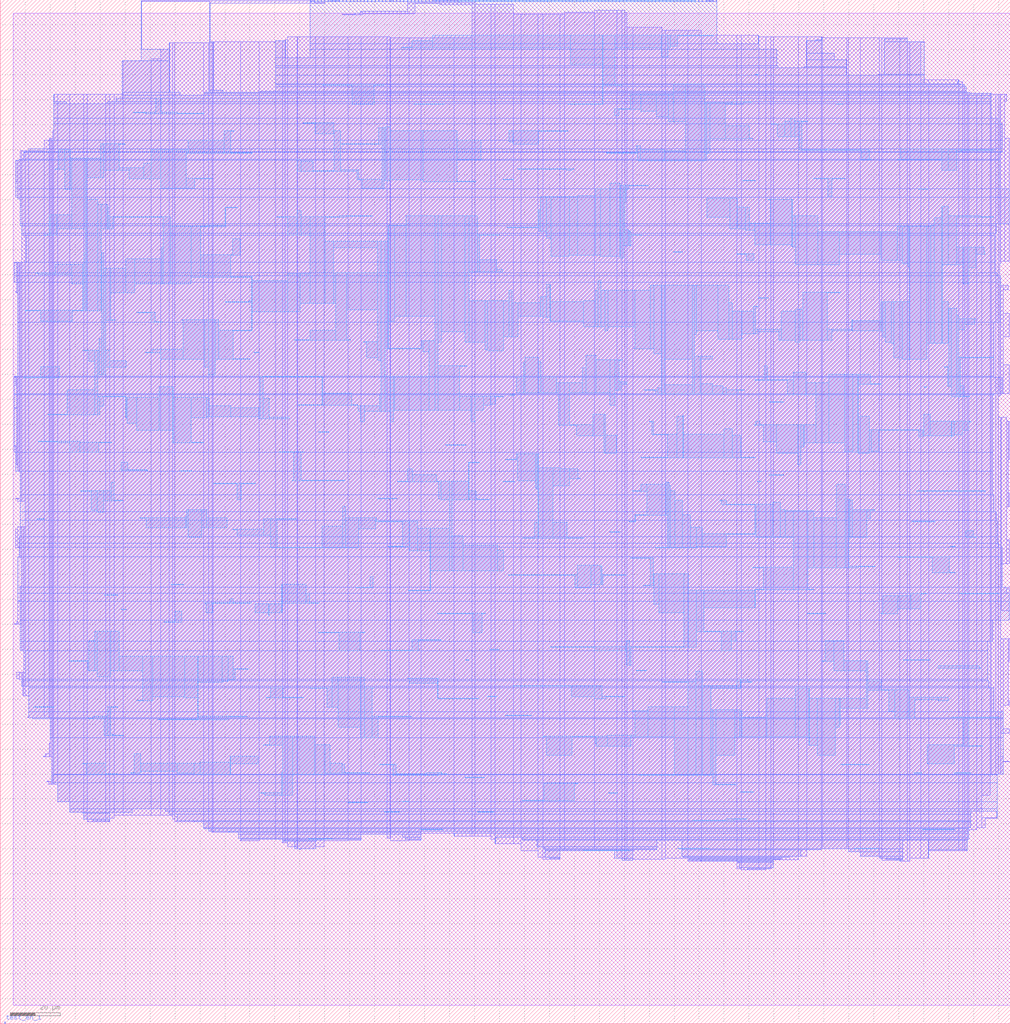
<source format=lef>
VERSION 5.8 ;
BUSBITCHARS "[]" ;
DIVIDERCHAR "/" ;
UNITS
    DATABASE MICRONS 1000 ;
END UNITS

MACRO cve2_register_file_ff
  FOREIGN cve2_register_file_ff 0 0 ;
  CLASS BLOCK ;
  SIZE 404.64 BY 410 ;
  PIN VDD
    USE POWER ;
    DIRECTION INOUT ;
  END VDD
  PIN VSS
    USE GROUND ;
    DIRECTION INOUT ;
  END VSS
  PIN clk_i
    DIRECTION INPUT ;
    USE SIGNAL ;
    PORT
      LAYER Metal3 ;
        RECT  286.94 409.28 287.14 410 ;
    END
  END clk_i
  PIN raddr_a_i[0]
    DIRECTION INPUT ;
    USE SIGNAL ;
    PORT
      LAYER Metal3 ;
        RECT  131.42 409.28 131.62 410 ;
    END
  END raddr_a_i[0]
  PIN raddr_a_i[1]
    DIRECTION INPUT ;
    USE SIGNAL ;
    PORT
      LAYER Metal3 ;
        RECT  141.5 409.28 141.7 410 ;
    END
  END raddr_a_i[1]
  PIN raddr_a_i[2]
    DIRECTION INPUT ;
    USE SIGNAL ;
    PORT
      LAYER Metal3 ;
        RECT  207.74 409.28 207.94 410 ;
    END
  END raddr_a_i[2]
  PIN raddr_a_i[3]
    DIRECTION INPUT ;
    USE SIGNAL ;
    PORT
      LAYER Metal3 ;
        RECT  127.1 409.28 127.3 410 ;
    END
  END raddr_a_i[3]
  PIN raddr_a_i[4]
    DIRECTION INPUT ;
    USE SIGNAL ;
    PORT
      LAYER Metal3 ;
        RECT  203.42 409.28 203.62 410 ;
    END
  END raddr_a_i[4]
  PIN raddr_b_i[0]
    DIRECTION INPUT ;
    USE SIGNAL ;
    PORT
      LAYER Metal3 ;
        RECT  210.62 409.28 210.82 410 ;
    END
  END raddr_b_i[0]
  PIN raddr_b_i[1]
    DIRECTION INPUT ;
    USE SIGNAL ;
    PORT
      LAYER Metal3 ;
        RECT  212.06 409.28 212.26 410 ;
    END
  END raddr_b_i[1]
  PIN raddr_b_i[2]
    DIRECTION INPUT ;
    USE SIGNAL ;
    PORT
      LAYER Metal3 ;
        RECT  213.5 409.28 213.7 410 ;
    END
  END raddr_b_i[2]
  PIN raddr_b_i[3]
    DIRECTION INPUT ;
    USE SIGNAL ;
    PORT
      LAYER Metal3 ;
        RECT  161.66 409.28 161.86 410 ;
    END
  END raddr_b_i[3]
  PIN raddr_b_i[4]
    DIRECTION INPUT ;
    USE SIGNAL ;
    PORT
      LAYER Metal3 ;
        RECT  214.94 409.28 215.14 410 ;
    END
  END raddr_b_i[4]
  PIN rdata_a_o[0]
    DIRECTION OUTPUT ;
    USE SIGNAL ;
    PORT
      LAYER Metal3 ;
        RECT  216.38 409.28 216.58 410 ;
    END
  END rdata_a_o[0]
  PIN rdata_a_o[10]
    DIRECTION OUTPUT ;
    USE SIGNAL ;
    PORT
      LAYER Metal3 ;
        RECT  217.82 409.28 218.02 410 ;
    END
  END rdata_a_o[10]
  PIN rdata_a_o[11]
    DIRECTION OUTPUT ;
    USE SIGNAL ;
    PORT
      LAYER Metal3 ;
        RECT  200.54 409.28 200.74 410 ;
    END
  END rdata_a_o[11]
  PIN rdata_a_o[12]
    DIRECTION OUTPUT ;
    USE SIGNAL ;
    PORT
      LAYER Metal3 ;
        RECT  160.22 409.28 160.42 410 ;
    END
  END rdata_a_o[12]
  PIN rdata_a_o[13]
    DIRECTION OUTPUT ;
    USE SIGNAL ;
    PORT
      LAYER Metal3 ;
        RECT  220.7 409.28 220.9 410 ;
    END
  END rdata_a_o[13]
  PIN rdata_a_o[14]
    DIRECTION OUTPUT ;
    USE SIGNAL ;
    PORT
      LAYER Metal3 ;
        RECT  140.06 409.28 140.26 410 ;
    END
  END rdata_a_o[14]
  PIN rdata_a_o[15]
    DIRECTION OUTPUT ;
    USE SIGNAL ;
    PORT
      LAYER Metal3 ;
        RECT  199.1 409.28 199.3 410 ;
    END
  END rdata_a_o[15]
  PIN rdata_a_o[16]
    DIRECTION OUTPUT ;
    USE SIGNAL ;
    PORT
      LAYER Metal3 ;
        RECT  181.82 409.28 182.02 410 ;
    END
  END rdata_a_o[16]
  PIN rdata_a_o[17]
    DIRECTION OUTPUT ;
    USE SIGNAL ;
    PORT
      LAYER Metal3 ;
        RECT  124.22 409.28 124.42 410 ;
    END
  END rdata_a_o[17]
  PIN rdata_a_o[18]
    DIRECTION OUTPUT ;
    USE SIGNAL ;
    PORT
      LAYER Metal3 ;
        RECT  226.46 409.28 226.66 410 ;
    END
  END rdata_a_o[18]
  PIN rdata_a_o[19]
    DIRECTION OUTPUT ;
    USE SIGNAL ;
    PORT
      LAYER Metal3 ;
        RECT  197.66 409.28 197.86 410 ;
    END
  END rdata_a_o[19]
  PIN rdata_a_o[1]
    DIRECTION OUTPUT ;
    USE SIGNAL ;
    PORT
      LAYER Metal3 ;
        RECT  227.9 409.28 228.1 410 ;
    END
  END rdata_a_o[1]
  PIN rdata_a_o[20]
    DIRECTION OUTPUT ;
    USE SIGNAL ;
    PORT
      LAYER Metal3 ;
        RECT  229.34 409.28 229.54 410 ;
    END
  END rdata_a_o[20]
  PIN rdata_a_o[21]
    DIRECTION OUTPUT ;
    USE SIGNAL ;
    PORT
      LAYER Metal3 ;
        RECT  157.34 409.28 157.54 410 ;
    END
  END rdata_a_o[21]
  PIN rdata_a_o[22]
    DIRECTION OUTPUT ;
    USE SIGNAL ;
    PORT
      LAYER Metal3 ;
        RECT  129.98 409.28 130.18 410 ;
    END
  END rdata_a_o[22]
  PIN rdata_a_o[23]
    DIRECTION OUTPUT ;
    USE SIGNAL ;
    PORT
      LAYER Metal3 ;
        RECT  232.22 409.28 232.42 410 ;
    END
  END rdata_a_o[23]
  PIN rdata_a_o[24]
    DIRECTION OUTPUT ;
    USE SIGNAL ;
    PORT
      LAYER Metal3 ;
        RECT  233.66 409.28 233.86 410 ;
    END
  END rdata_a_o[24]
  PIN rdata_a_o[25]
    DIRECTION OUTPUT ;
    USE SIGNAL ;
    PORT
      LAYER Metal3 ;
        RECT  138.62 409.28 138.82 410 ;
    END
  END rdata_a_o[25]
  PIN rdata_a_o[26]
    DIRECTION OUTPUT ;
    USE SIGNAL ;
    PORT
      LAYER Metal3 ;
        RECT  155.9 409.28 156.1 410 ;
    END
  END rdata_a_o[26]
  PIN rdata_a_o[27]
    DIRECTION OUTPUT ;
    USE SIGNAL ;
    PORT
      LAYER Metal3 ;
        RECT  236.54 409.28 236.74 410 ;
    END
  END rdata_a_o[27]
  PIN rdata_a_o[28]
    DIRECTION OUTPUT ;
    USE SIGNAL ;
    PORT
      LAYER Metal3 ;
        RECT  237.98 409.28 238.18 410 ;
    END
  END rdata_a_o[28]
  PIN rdata_a_o[29]
    DIRECTION OUTPUT ;
    USE SIGNAL ;
    PORT
      LAYER Metal3 ;
        RECT  154.46 409.28 154.66 410 ;
    END
  END rdata_a_o[29]
  PIN rdata_a_o[2]
    DIRECTION OUTPUT ;
    USE SIGNAL ;
    PORT
      LAYER Metal3 ;
        RECT  193.34 409.28 193.54 410 ;
    END
  END rdata_a_o[2]
  PIN rdata_a_o[30]
    DIRECTION OUTPUT ;
    USE SIGNAL ;
    PORT
      LAYER Metal3 ;
        RECT  151.58 409.28 151.78 410 ;
    END
  END rdata_a_o[30]
  PIN rdata_a_o[31]
    DIRECTION OUTPUT ;
    USE SIGNAL ;
    PORT
      LAYER Metal3 ;
        RECT  242.3 409.28 242.5 410 ;
    END
  END rdata_a_o[31]
  PIN rdata_a_o[3]
    DIRECTION OUTPUT ;
    USE SIGNAL ;
    PORT
      LAYER Metal3 ;
        RECT  243.74 409.28 243.94 410 ;
    END
  END rdata_a_o[3]
  PIN rdata_a_o[4]
    DIRECTION OUTPUT ;
    USE SIGNAL ;
    PORT
      LAYER Metal3 ;
        RECT  191.9 409.28 192.1 410 ;
    END
  END rdata_a_o[4]
  PIN rdata_a_o[5]
    DIRECTION OUTPUT ;
    USE SIGNAL ;
    PORT
      LAYER Metal3 ;
        RECT  245.18 409.28 245.38 410 ;
    END
  END rdata_a_o[5]
  PIN rdata_a_o[6]
    DIRECTION OUTPUT ;
    USE SIGNAL ;
    PORT
      LAYER Metal3 ;
        RECT  153.02 409.28 153.22 410 ;
    END
  END rdata_a_o[6]
  PIN rdata_a_o[7]
    DIRECTION OUTPUT ;
    USE SIGNAL ;
    PORT
      LAYER Metal3 ;
        RECT  248.06 409.28 248.26 410 ;
    END
  END rdata_a_o[7]
  PIN rdata_a_o[8]
    DIRECTION OUTPUT ;
    USE SIGNAL ;
    PORT
      LAYER Metal3 ;
        RECT  190.46 409.28 190.66 410 ;
    END
  END rdata_a_o[8]
  PIN rdata_a_o[9]
    DIRECTION OUTPUT ;
    USE SIGNAL ;
    PORT
      LAYER Metal3 ;
        RECT  187.58 409.28 187.78 410 ;
    END
  END rdata_a_o[9]
  PIN rdata_b_o[0]
    DIRECTION OUTPUT ;
    USE SIGNAL ;
    PORT
      LAYER Metal3 ;
        RECT  235.1 409.28 235.3 410 ;
    END
  END rdata_b_o[0]
  PIN rdata_b_o[10]
    DIRECTION OUTPUT ;
    USE SIGNAL ;
    PORT
      LAYER Metal3 ;
        RECT  137.18 409.28 137.38 410 ;
    END
  END rdata_b_o[10]
  PIN rdata_b_o[11]
    DIRECTION OUTPUT ;
    USE SIGNAL ;
    PORT
      LAYER Metal3 ;
        RECT  189.02 409.28 189.22 410 ;
    END
  END rdata_b_o[11]
  PIN rdata_b_o[12]
    DIRECTION OUTPUT ;
    USE SIGNAL ;
    PORT
      LAYER Metal3 ;
        RECT  204.86 409.28 205.06 410 ;
    END
  END rdata_b_o[12]
  PIN rdata_b_o[13]
    DIRECTION OUTPUT ;
    USE SIGNAL ;
    PORT
      LAYER Metal3 ;
        RECT  255.26 409.28 255.46 410 ;
    END
  END rdata_b_o[13]
  PIN rdata_b_o[14]
    DIRECTION OUTPUT ;
    USE SIGNAL ;
    PORT
      LAYER Metal3 ;
        RECT  256.7 409.28 256.9 410 ;
    END
  END rdata_b_o[14]
  PIN rdata_b_o[15]
    DIRECTION OUTPUT ;
    USE SIGNAL ;
    PORT
      LAYER Metal3 ;
        RECT  178.94 409.28 179.14 410 ;
    END
  END rdata_b_o[15]
  PIN rdata_b_o[16]
    DIRECTION OUTPUT ;
    USE SIGNAL ;
    PORT
      LAYER Metal3 ;
        RECT  222.14 409.28 222.34 410 ;
    END
  END rdata_b_o[16]
  PIN rdata_b_o[17]
    DIRECTION OUTPUT ;
    USE SIGNAL ;
    PORT
      LAYER Metal3 ;
        RECT  239.42 409.28 239.62 410 ;
    END
  END rdata_b_o[17]
  PIN rdata_b_o[18]
    DIRECTION OUTPUT ;
    USE SIGNAL ;
    PORT
      LAYER Metal3 ;
        RECT  150.14 409.28 150.34 410 ;
    END
  END rdata_b_o[18]
  PIN rdata_b_o[19]
    DIRECTION OUTPUT ;
    USE SIGNAL ;
    PORT
      LAYER Metal3 ;
        RECT  186.14 409.28 186.34 410 ;
    END
  END rdata_b_o[19]
  PIN rdata_b_o[1]
    DIRECTION OUTPUT ;
    USE SIGNAL ;
    PORT
      LAYER Metal3 ;
        RECT  183.26 409.28 183.46 410 ;
    END
  END rdata_b_o[1]
  PIN rdata_b_o[20]
    DIRECTION OUTPUT ;
    USE SIGNAL ;
    PORT
      LAYER Metal3 ;
        RECT  262.46 409.28 262.66 410 ;
    END
  END rdata_b_o[20]
  PIN rdata_b_o[21]
    DIRECTION OUTPUT ;
    USE SIGNAL ;
    PORT
      LAYER Metal3 ;
        RECT  135.74 409.28 135.94 410 ;
    END
  END rdata_b_o[21]
  PIN rdata_b_o[22]
    DIRECTION OUTPUT ;
    USE SIGNAL ;
    PORT
      LAYER Metal3 ;
        RECT  184.7 409.28 184.9 410 ;
    END
  END rdata_b_o[22]
  PIN rdata_b_o[23]
    DIRECTION OUTPUT ;
    USE SIGNAL ;
    PORT
      LAYER Metal3 ;
        RECT  206.3 409.28 206.5 410 ;
    END
  END rdata_b_o[23]
  PIN rdata_b_o[24]
    DIRECTION OUTPUT ;
    USE SIGNAL ;
    PORT
      LAYER Metal3 ;
        RECT  246.62 409.28 246.82 410 ;
    END
  END rdata_b_o[24]
  PIN rdata_b_o[25]
    DIRECTION OUTPUT ;
    USE SIGNAL ;
    PORT
      LAYER Metal3 ;
        RECT  265.34 409.28 265.54 410 ;
    END
  END rdata_b_o[25]
  PIN rdata_b_o[26]
    DIRECTION OUTPUT ;
    USE SIGNAL ;
    PORT
      LAYER Metal3 ;
        RECT  174.62 409.28 174.82 410 ;
    END
  END rdata_b_o[26]
  PIN rdata_b_o[27]
    DIRECTION OUTPUT ;
    USE SIGNAL ;
    PORT
      LAYER Metal3 ;
        RECT  148.7 409.28 148.9 410 ;
    END
  END rdata_b_o[27]
  PIN rdata_b_o[28]
    DIRECTION OUTPUT ;
    USE SIGNAL ;
    PORT
      LAYER Metal3 ;
        RECT  266.78 409.28 266.98 410 ;
    END
  END rdata_b_o[28]
  PIN rdata_b_o[29]
    DIRECTION OUTPUT ;
    USE SIGNAL ;
    PORT
      LAYER Metal3 ;
        RECT  171.74 409.28 171.94 410 ;
    END
  END rdata_b_o[29]
  PIN rdata_b_o[2]
    DIRECTION OUTPUT ;
    USE SIGNAL ;
    PORT
      LAYER Metal3 ;
        RECT  128.54 409.28 128.74 410 ;
    END
  END rdata_b_o[2]
  PIN rdata_b_o[30]
    DIRECTION OUTPUT ;
    USE SIGNAL ;
    PORT
      LAYER Metal3 ;
        RECT  230.78 409.28 230.98 410 ;
    END
  END rdata_b_o[30]
  PIN rdata_b_o[31]
    DIRECTION OUTPUT ;
    USE SIGNAL ;
    PORT
      LAYER Metal3 ;
        RECT  134.3 409.28 134.5 410 ;
    END
  END rdata_b_o[31]
  PIN rdata_b_o[3]
    DIRECTION OUTPUT ;
    USE SIGNAL ;
    PORT
      LAYER Metal3 ;
        RECT  225.02 409.28 225.22 410 ;
    END
  END rdata_b_o[3]
  PIN rdata_b_o[4]
    DIRECTION OUTPUT ;
    USE SIGNAL ;
    PORT
      LAYER Metal3 ;
        RECT  180.38 409.28 180.58 410 ;
    END
  END rdata_b_o[4]
  PIN rdata_b_o[5]
    DIRECTION OUTPUT ;
    USE SIGNAL ;
    PORT
      LAYER Metal3 ;
        RECT  269.66 409.28 269.86 410 ;
    END
  END rdata_b_o[5]
  PIN rdata_b_o[6]
    DIRECTION OUTPUT ;
    USE SIGNAL ;
    PORT
      LAYER Metal3 ;
        RECT  219.26 409.28 219.46 410 ;
    END
  END rdata_b_o[6]
  PIN rdata_b_o[7]
    DIRECTION OUTPUT ;
    USE SIGNAL ;
    PORT
      LAYER Metal3 ;
        RECT  253.82 409.28 254.02 410 ;
    END
  END rdata_b_o[7]
  PIN rdata_b_o[8]
    DIRECTION OUTPUT ;
    USE SIGNAL ;
    PORT
      LAYER Metal3 ;
        RECT  147.26 409.28 147.46 410 ;
    END
  END rdata_b_o[8]
  PIN rdata_b_o[9]
    DIRECTION OUTPUT ;
    USE SIGNAL ;
    PORT
      LAYER Metal3 ;
        RECT  125.66 409.28 125.86 410 ;
    END
  END rdata_b_o[9]
  PIN rst_ni
    DIRECTION INPUT ;
    USE SIGNAL ;
    PORT
      LAYER Metal3 ;
        RECT  209.18 409.28 209.38 410 ;
    END
  END rst_ni
  PIN test_en_i
    DIRECTION INPUT ;
    USE SIGNAL ;
    PORT
      LAYER Metal3 ;
        RECT  1.82 0 2.02 0.72 ;
    END
  END test_en_i
  PIN waddr_a_i[0]
    DIRECTION INPUT ;
    USE SIGNAL ;
    PORT
      LAYER Metal3 ;
        RECT  263.9 409.28 264.1 410 ;
    END
  END waddr_a_i[0]
  PIN waddr_a_i[1]
    DIRECTION INPUT ;
    USE SIGNAL ;
    PORT
      LAYER Metal3 ;
        RECT  177.5 409.28 177.7 410 ;
    END
  END waddr_a_i[1]
  PIN waddr_a_i[2]
    DIRECTION INPUT ;
    USE SIGNAL ;
    PORT
      LAYER Metal3 ;
        RECT  196.22 409.28 196.42 410 ;
    END
  END waddr_a_i[2]
  PIN waddr_a_i[3]
    DIRECTION INPUT ;
    USE SIGNAL ;
    PORT
      LAYER Metal3 ;
        RECT  273.98 409.28 274.18 410 ;
    END
  END waddr_a_i[3]
  PIN waddr_a_i[4]
    DIRECTION INPUT ;
    USE SIGNAL ;
    PORT
      LAYER Metal3 ;
        RECT  275.42 409.28 275.62 410 ;
    END
  END waddr_a_i[4]
  PIN wdata_a_i[0]
    DIRECTION INPUT ;
    USE SIGNAL ;
    PORT
      LAYER Metal3 ;
        RECT  176.06 409.28 176.26 410 ;
    END
  END wdata_a_i[0]
  PIN wdata_a_i[10]
    DIRECTION INPUT ;
    USE SIGNAL ;
    PORT
      LAYER Metal3 ;
        RECT  276.86 409.28 277.06 410 ;
    END
  END wdata_a_i[10]
  PIN wdata_a_i[11]
    DIRECTION INPUT ;
    USE SIGNAL ;
    PORT
      LAYER Metal3 ;
        RECT  240.86 409.28 241.06 410 ;
    END
  END wdata_a_i[11]
  PIN wdata_a_i[12]
    DIRECTION INPUT ;
    USE SIGNAL ;
    PORT
      LAYER Metal3 ;
        RECT  223.58 409.28 223.78 410 ;
    END
  END wdata_a_i[12]
  PIN wdata_a_i[13]
    DIRECTION INPUT ;
    USE SIGNAL ;
    PORT
      LAYER Metal3 ;
        RECT  145.82 409.28 146.02 410 ;
    END
  END wdata_a_i[13]
  PIN wdata_a_i[14]
    DIRECTION INPUT ;
    USE SIGNAL ;
    PORT
      LAYER Metal3 ;
        RECT  201.98 409.28 202.18 410 ;
    END
  END wdata_a_i[14]
  PIN wdata_a_i[15]
    DIRECTION INPUT ;
    USE SIGNAL ;
    PORT
      LAYER Metal3 ;
        RECT  279.74 409.28 279.94 410 ;
    END
  END wdata_a_i[15]
  PIN wdata_a_i[16]
    DIRECTION INPUT ;
    USE SIGNAL ;
    PORT
      LAYER Metal3 ;
        RECT  281.18 409.28 281.38 410 ;
    END
  END wdata_a_i[16]
  PIN wdata_a_i[17]
    DIRECTION INPUT ;
    USE SIGNAL ;
    PORT
      LAYER Metal3 ;
        RECT  173.18 409.28 173.38 410 ;
    END
  END wdata_a_i[17]
  PIN wdata_a_i[18]
    DIRECTION INPUT ;
    USE SIGNAL ;
    PORT
      LAYER Metal3 ;
        RECT  258.14 409.28 258.34 410 ;
    END
  END wdata_a_i[18]
  PIN wdata_a_i[19]
    DIRECTION INPUT ;
    USE SIGNAL ;
    PORT
      LAYER Metal3 ;
        RECT  271.1 409.28 271.3 410 ;
    END
  END wdata_a_i[19]
  PIN wdata_a_i[1]
    DIRECTION INPUT ;
    USE SIGNAL ;
    PORT
      LAYER Metal3 ;
        RECT  163.1 409.28 163.3 410 ;
    END
  END wdata_a_i[1]
  PIN wdata_a_i[20]
    DIRECTION INPUT ;
    USE SIGNAL ;
    PORT
      LAYER Metal3 ;
        RECT  132.86 409.28 133.06 410 ;
    END
  END wdata_a_i[20]
  PIN wdata_a_i[21]
    DIRECTION INPUT ;
    USE SIGNAL ;
    PORT
      LAYER Metal3 ;
        RECT  249.5 409.28 249.7 410 ;
    END
  END wdata_a_i[21]
  PIN wdata_a_i[22]
    DIRECTION INPUT ;
    USE SIGNAL ;
    PORT
      LAYER Metal3 ;
        RECT  259.58 409.28 259.78 410 ;
    END
  END wdata_a_i[22]
  PIN wdata_a_i[23]
    DIRECTION INPUT ;
    USE SIGNAL ;
    PORT
      LAYER Metal3 ;
        RECT  282.62 409.28 282.82 410 ;
    END
  END wdata_a_i[23]
  PIN wdata_a_i[24]
    DIRECTION INPUT ;
    USE SIGNAL ;
    PORT
      LAYER Metal3 ;
        RECT  170.3 409.28 170.5 410 ;
    END
  END wdata_a_i[24]
  PIN wdata_a_i[25]
    DIRECTION INPUT ;
    USE SIGNAL ;
    PORT
      LAYER Metal3 ;
        RECT  144.38 409.28 144.58 410 ;
    END
  END wdata_a_i[25]
  PIN wdata_a_i[26]
    DIRECTION INPUT ;
    USE SIGNAL ;
    PORT
      LAYER Metal3 ;
        RECT  278.3 409.28 278.5 410 ;
    END
  END wdata_a_i[26]
  PIN wdata_a_i[27]
    DIRECTION INPUT ;
    USE SIGNAL ;
    PORT
      LAYER Metal3 ;
        RECT  284.06 409.28 284.26 410 ;
    END
  END wdata_a_i[27]
  PIN wdata_a_i[28]
    DIRECTION INPUT ;
    USE SIGNAL ;
    PORT
      LAYER Metal3 ;
        RECT  168.86 409.28 169.06 410 ;
    END
  END wdata_a_i[28]
  PIN wdata_a_i[29]
    DIRECTION INPUT ;
    USE SIGNAL ;
    PORT
      LAYER Metal3 ;
        RECT  250.94 409.28 251.14 410 ;
    END
  END wdata_a_i[29]
  PIN wdata_a_i[2]
    DIRECTION INPUT ;
    USE SIGNAL ;
    PORT
      LAYER Metal3 ;
        RECT  268.22 409.28 268.42 410 ;
    END
  END wdata_a_i[2]
  PIN wdata_a_i[30]
    DIRECTION INPUT ;
    USE SIGNAL ;
    PORT
      LAYER Metal3 ;
        RECT  158.78 409.28 158.98 410 ;
    END
  END wdata_a_i[30]
  PIN wdata_a_i[31]
    DIRECTION INPUT ;
    USE SIGNAL ;
    PORT
      LAYER Metal3 ;
        RECT  167.42 409.28 167.62 410 ;
    END
  END wdata_a_i[31]
  PIN wdata_a_i[3]
    DIRECTION INPUT ;
    USE SIGNAL ;
    PORT
      LAYER Metal3 ;
        RECT  272.54 409.28 272.74 410 ;
    END
  END wdata_a_i[3]
  PIN wdata_a_i[4]
    DIRECTION INPUT ;
    USE SIGNAL ;
    PORT
      LAYER Metal3 ;
        RECT  142.94 409.28 143.14 410 ;
    END
  END wdata_a_i[4]
  PIN wdata_a_i[5]
    DIRECTION INPUT ;
    USE SIGNAL ;
    PORT
      LAYER Metal3 ;
        RECT  194.78 409.28 194.98 410 ;
    END
  END wdata_a_i[5]
  PIN wdata_a_i[6]
    DIRECTION INPUT ;
    USE SIGNAL ;
    PORT
      LAYER Metal3 ;
        RECT  165.98 409.28 166.18 410 ;
    END
  END wdata_a_i[6]
  PIN wdata_a_i[7]
    DIRECTION INPUT ;
    USE SIGNAL ;
    PORT
      LAYER Metal3 ;
        RECT  261.02 409.28 261.22 410 ;
    END
  END wdata_a_i[7]
  PIN wdata_a_i[8]
    DIRECTION INPUT ;
    USE SIGNAL ;
    PORT
      LAYER Metal3 ;
        RECT  252.38 409.28 252.58 410 ;
    END
  END wdata_a_i[8]
  PIN wdata_a_i[9]
    DIRECTION INPUT ;
    USE SIGNAL ;
    PORT
      LAYER Metal3 ;
        RECT  285.5 409.28 285.7 410 ;
    END
  END wdata_a_i[9]
  PIN we_a_i
    DIRECTION INPUT ;
    USE SIGNAL ;
    PORT
      LAYER Metal3 ;
        RECT  164.54 409.28 164.74 410 ;
    END
  END we_a_i
  OBS
    LAYER Metal1 ;
     RECT  5.28 7.34 404.64 404.68 ;
    LAYER Metal2 ;
     RECT  5.66 231.32 6.14 231.52 ;
     RECT  5.66 259.04 6.14 259.24 ;
     RECT  5.66 159.92 6.56 160.12 ;
     RECT  6.14 223.76 6.56 231.52 ;
     RECT  5.66 246.44 6.56 246.64 ;
     RECT  6.14 255.68 6.56 259.24 ;
     RECT  6.14 292.64 6.56 293.26 ;
     RECT  5.66 304.82 6.56 305.02 ;
     RECT  6.14 190.58 7.04 197.92 ;
     RECT  6.14 210.32 7.04 210.52 ;
     RECT  6.56 223.76 7.04 259.24 ;
     RECT  6.14 337.16 7.04 345.76 ;
     RECT  6.56 159.92 7.1 161.13 ;
     RECT  6.56 292.64 7.1 305.02 ;
     RECT  6.62 138.08 7.52 140.8 ;
     RECT  7.04 221.205 7.58 259.24 ;
     RECT  7.1 277.94 7.58 305.02 ;
     RECT  7.04 190.58 8 198.93 ;
     RECT  7.1 159.92 8.06 169.36 ;
     RECT  7.04 209.31 8.06 210.52 ;
     RECT  7.58 221.205 8.06 305.02 ;
     RECT  7.04 330.27 8.06 345.76 ;
     RECT  7.52 138.045 8.54 140.8 ;
     RECT  8.06 159.92 8.54 175.24 ;
     RECT  8 186.63 8.54 198.93 ;
     RECT  8.06 209.31 8.54 305.02 ;
     RECT  8.06 327.5 8.54 349.54 ;
     RECT  8.54 135.14 9.02 140.8 ;
     RECT  9.02 131.36 9.5 140.8 ;
     RECT  8.54 149.84 9.5 198.93 ;
     RECT  9.5 131.36 9.98 198.93 ;
     RECT  8.54 209.31 9.98 349.54 ;
     RECT  10.94 122.54 11.42 122.74 ;
     RECT  9.98 131.36 11.42 349.54 ;
     RECT  11.42 122.54 17.66 349.54 ;
     RECT  17.18 107 18.08 107.2 ;
     RECT  18.62 96.92 19.52 97.12 ;
     RECT  18.08 107 19.58 108.21 ;
     RECT  17.66 122.54 19.58 353.74 ;
     RECT  19.58 107 20.06 112.24 ;
     RECT  19.58 122.54 20.06 354.58 ;
     RECT  19.52 95.91 20.54 97.12 ;
     RECT  20.06 107 20.54 354.58 ;
     RECT  20.54 95.91 21.02 354.58 ;
     RECT  21.02 95.91 21.5 357.52 ;
     RECT  21.5 95.91 22.94 372.22 ;
     RECT  22.94 88.94 27.74 372.22 ;
     RECT  27.74 84.74 33.5 372.22 ;
     RECT  33.5 81.8 34.88 372.22 ;
     RECT  34.88 80.79 42.325 372.22 ;
     RECT  42.325 80.96 43.78 372.22 ;
     RECT  43.78 82.22 45.7 372.22 ;
     RECT  45.7 83.48 49.34 372.22 ;
     RECT  48.86 385.46 49.34 385.66 ;
     RECT  49.34 83.48 60.38 385.66 ;
     RECT  60.38 83.48 64.22 386.5 ;
     RECT  64.22 83.48 67.58 390.28 ;
     RECT  67.58 83.48 69.02 392.8 ;
     RECT  69.02 81.8 69.92 392.8 ;
     RECT  69.92 80.79 81.5 392.8 ;
     RECT  81.5 78.02 83.42 392.8 ;
     RECT  56.54 409.4 83.9 409.6 ;
     RECT  83.42 77.18 84.86 392.8 ;
     RECT  84.86 76.76 85.34 392.8 ;
     RECT  85.34 76.76 96.32 393.22 ;
     RECT  96.32 73.23 103.765 393.22 ;
     RECT  103.765 73.82 110.3 393.22 ;
     RECT  110.3 73.82 113.18 393.64 ;
     RECT  113.18 72.56 114.14 393.64 ;
     RECT  114.14 72.56 115.1 394.06 ;
     RECT  115.1 70.88 118.88 395.32 ;
     RECT  118.88 70.005 119.17 395.32 ;
     RECT  83.9 408.56 125.86 409.6 ;
     RECT  119.17 70.04 126.325 395.32 ;
     RECT  126.325 70.88 129.7 395.32 ;
     RECT  125.86 408.56 130.18 408.76 ;
     RECT  129.7 73.23 139.285 395.32 ;
     RECT  137.18 403.94 141.98 404.14 ;
     RECT  141.98 403.94 144.38 404.56 ;
     RECT  139.285 73.4 144.58 395.32 ;
     RECT  144.38 403.94 145.06 405.4 ;
     RECT  144.58 75.92 154.94 395.32 ;
     RECT  154.94 74.24 156.1 395.32 ;
     RECT  156.1 74.24 156.32 394.9 ;
     RECT  145.06 404.36 163.1 405.4 ;
     RECT  156.32 73.23 163.765 394.9 ;
     RECT  163.1 404.36 166.18 408.76 ;
     RECT  163.765 73.4 168.58 394.9 ;
     RECT  166.18 408.56 176.06 408.76 ;
     RECT  168.58 76.34 181.82 394.9 ;
     RECT  181.82 75.08 189.02 394.9 ;
     RECT  176.06 408.14 189.02 408.76 ;
     RECT  189.02 75.08 190.18 408.76 ;
     RECT  190.18 75.08 196.7 408.34 ;
     RECT  196.7 73.82 198.14 408.34 ;
     RECT  198.14 72.14 205.54 408.34 ;
     RECT  205.54 72.14 208.7 404.14 ;
     RECT  208.7 69.2 215.42 404.14 ;
     RECT  215.42 66.68 217.34 404.14 ;
     RECT  217.34 65.84 224.26 404.14 ;
     RECT  224.26 69.2 225.98 404.14 ;
     RECT  225.98 69.2 237.98 404.98 ;
     RECT  237.98 69.2 247.1 405.82 ;
     RECT  247.1 66.26 249.02 405.82 ;
     RECT  249.02 65.42 250.18 405.82 ;
     RECT  250.18 65.42 251.14 404.98 ;
     RECT  251.14 65.42 253.54 399.1 ;
     RECT  253.54 65.84 265.06 399.1 ;
     RECT  265.06 65.84 266.5 397.84 ;
     RECT  266.5 66.26 275.42 397.84 ;
     RECT  275.42 65 280.9 397.84 ;
     RECT  280.9 65 295.1 395.74 ;
     RECT  295.1 62.06 297.02 395.74 ;
     RECT  297.02 61.64 303.94 395.74 ;
     RECT  303.94 61.64 306.82 395.32 ;
     RECT  306.82 62.06 308.74 395.32 ;
     RECT  308.74 62.48 309.7 395.32 ;
     RECT  309.7 65.67 319.765 395.32 ;
     RECT  319.765 67.1 323.14 395.32 ;
     RECT  323.14 69.62 328.9 395.32 ;
     RECT  328.9 70.04 329.38 395.32 ;
     RECT  329.38 70.04 339.2 394.9 ;
     RECT  339.2 70.005 339.74 394.9 ;
     RECT  339.74 68.78 344.54 394.9 ;
     RECT  344.54 67.1 352.11 394.9 ;
     RECT  352.11 66.26 353.18 394.9 ;
     RECT  353.18 65.42 360.38 394.9 ;
     RECT  360.38 65 363.46 394.9 ;
     RECT  363.46 65 364.42 393.22 ;
     RECT  364.42 66.26 368.74 393.22 ;
     RECT  368.74 393.02 370.18 393.22 ;
     RECT  368.74 66.26 372.1 378.1 ;
     RECT  372.1 69.2 384.1 378.1 ;
     RECT  384.1 69.2 385.54 377.26 ;
     RECT  385.54 69.2 386.5 376 ;
     RECT  386.5 69.2 387.46 372.64 ;
     RECT  387.46 73.82 388.065 372.64 ;
     RECT  388.065 77.6 391.285 372.64 ;
     RECT  391.285 78.44 393.22 372.64 ;
     RECT  393.22 78.44 394.66 82.42 ;
     RECT  393.22 91.46 396.58 372.64 ;
     RECT  396.58 99.85 397.06 372.64 ;
     RECT  397.06 99.85 398.885 372.22 ;
     RECT  394.66 82.22 399.46 82.42 ;
     RECT  398.885 99.86 399.925 372.22 ;
     RECT  399.925 251.48 400.405 372.22 ;
     RECT  399.925 99.86 400.885 242.86 ;
     RECT  400.405 251.48 400.885 295.78 ;
     RECT  400.405 304.4 400.885 372.22 ;
     RECT  400.885 165.38 401.025 242.86 ;
     RECT  400.885 99.86 401.86 107.2 ;
     RECT  400.885 116.24 401.86 154.24 ;
     RECT  400.885 252.32 401.86 295.78 ;
     RECT  400.885 305.24 402.34 372.22 ;
     RECT  401.025 184.28 403.3 242.86 ;
     RECT  402.34 369.5 403.3 372.22 ;
     RECT  401.86 127.58 403.78 154.24 ;
     RECT  403.3 206.96 403.78 241.18 ;
     RECT  401.86 293.9 403.78 295.78 ;
     RECT  401.86 104.9 404.26 105.1 ;
     RECT  401.86 116.24 404.26 118.12 ;
     RECT  403.78 127.58 404.26 129.46 ;
     RECT  403.78 145.22 404.26 154.24 ;
     RECT  401.025 165.38 404.26 174.82 ;
     RECT  403.3 184.28 404.26 193.72 ;
     RECT  403.78 206.96 404.26 212.62 ;
     RECT  403.78 225.86 404.26 241.18 ;
     RECT  401.86 252.32 404.26 263.86 ;
     RECT  401.86 275 404.26 284.44 ;
     RECT  402.34 305.24 404.26 354.58 ;
    LAYER Metal3 ;
     RECT  299.42 61.64 299.62 62.06 ;
     RECT  299.42 62.06 308.74 62.48 ;
     RECT  296.06 62.48 309.7 64.7 ;
     RECT  295.58 64.7 309.7 65 ;
     RECT  280.7 65 309.7 65.42 ;
     RECT  360.38 65 360.58 65.42 ;
     RECT  275.9 65.42 309.7 65.84 ;
     RECT  358.46 65.42 361.54 65.84 ;
     RECT  224.06 65.84 224.26 66.26 ;
     RECT  249.02 65.42 253.54 66.26 ;
     RECT  275.9 65.84 312.58 66.26 ;
     RECT  355.1 65.84 361.54 66.26 ;
     RECT  219.74 66.26 224.26 66.68 ;
     RECT  275.9 66.26 313.06 66.68 ;
     RECT  273.5 66.68 316.42 67.1 ;
     RECT  352.7 66.26 361.54 67.1 ;
     RECT  344.54 67.1 361.54 68.78 ;
     RECT  218.3 66.68 224.26 69.2 ;
     RECT  246.14 66.26 253.54 69.2 ;
     RECT  218.3 69.2 253.54 69.62 ;
     RECT  273.02 67.1 320.74 69.62 ;
     RECT  371.9 66.26 372.1 69.62 ;
     RECT  387.26 69.2 387.46 69.62 ;
     RECT  119.9 69.62 120.1 70.04 ;
     RECT  218.3 69.62 263.14 70.04 ;
     RECT  273.02 69.62 328.9 70.04 ;
     RECT  339.74 68.78 361.54 70.04 ;
     RECT  217.82 70.04 263.14 70.88 ;
     RECT  117.98 70.04 126.34 72.98 ;
     RECT  113.18 72.98 126.34 73.4 ;
     RECT  214.94 70.88 263.14 73.4 ;
     RECT  273.02 70.04 361.54 73.4 ;
     RECT  371.9 69.62 387.46 73.4 ;
     RECT  96.38 73.4 96.58 73.82 ;
     RECT  113.18 73.4 129.7 73.82 ;
     RECT  144.38 73.4 144.58 73.82 ;
     RECT  168.38 73.4 168.58 73.82 ;
     RECT  209.18 73.4 387.46 73.82 ;
     RECT  96.38 73.82 144.58 74.24 ;
     RECT  198.14 72.14 198.34 74.24 ;
     RECT  162.14 73.82 168.58 74.66 ;
     RECT  198.14 74.24 198.82 74.66 ;
     RECT  209.18 73.82 387.94 74.66 ;
     RECT  95.42 74.24 144.58 75.92 ;
     RECT  161.18 74.66 168.58 75.92 ;
     RECT  181.82 75.08 182.02 76.34 ;
     RECT  198.14 74.66 387.94 76.34 ;
     RECT  95.42 75.92 168.58 76.76 ;
     RECT  91.58 76.76 168.58 77.18 ;
     RECT  181.82 76.34 387.94 77.18 ;
     RECT  83.42 77.18 387.94 78.02 ;
     RECT  81.5 78.02 387.94 78.44 ;
     RECT  81.5 78.44 388.9 80.96 ;
     RECT  43.58 80.96 43.78 81.38 ;
     RECT  77.66 80.96 388.9 81.38 ;
     RECT  37.34 81.38 43.78 81.8 ;
     RECT  70.94 81.38 388.9 83.9 ;
     RECT  33.5 81.8 43.78 84.32 ;
     RECT  33.02 84.32 43.78 84.74 ;
     RECT  67.58 83.9 388.9 85.16 ;
     RECT  399.26 82.22 399.46 85.16 ;
     RECT  27.74 84.74 52.9 86 ;
     RECT  66.14 85.16 399.46 86 ;
     RECT  27.74 86 399.46 88.94 ;
     RECT  22.94 88.94 399.46 96.5 ;
     RECT  20.54 96.5 399.46 99.64 ;
     RECT  21.5 99.64 399.46 99.86 ;
     RECT  21.5 99.86 401.86 114.56 ;
     RECT  20.06 114.56 401.86 122.12 ;
     RECT  12.86 122.12 401.86 122.54 ;
     RECT  11.42 122.54 401.86 124.84 ;
     RECT  11.42 124.84 398.02 134.5 ;
     RECT  11.42 134.5 396.1 135.14 ;
     RECT  8.54 135.14 396.1 137.44 ;
     RECT  8.54 137.44 395.62 137.86 ;
     RECT  9.98 137.86 395.62 149.42 ;
     RECT  8.06 149.42 395.62 153.2 ;
     RECT  8.06 153.2 397.54 161.6 ;
     RECT  8.06 161.6 404.26 169.16 ;
     RECT  7.1 169.16 404.26 172.3 ;
     RECT  7.1 172.3 403.3 174.82 ;
     RECT  7.1 174.82 401.38 187 ;
     RECT  7.58 187 401.38 190.78 ;
     RECT  7.58 190.78 399.94 192.46 ;
     RECT  7.58 192.46 399.46 194.98 ;
     RECT  8.06 194.98 399.46 201.7 ;
     RECT  8.06 201.7 398.98 205.06 ;
     RECT  8.06 205.06 398.02 211.78 ;
     RECT  8.06 211.78 397.54 221.24 ;
     RECT  6.14 221.24 397.54 228.8 ;
     RECT  5.66 228.8 397.54 251.9 ;
     RECT  5.66 251.9 398.02 252.32 ;
     RECT  5.66 252.32 401.38 258.82 ;
     RECT  5.66 258.82 398.02 259.24 ;
     RECT  7.1 259.24 398.02 280.88 ;
     RECT  7.1 280.88 400.9 296.84 ;
     RECT  5.66 296.84 400.9 299.56 ;
     RECT  5.66 299.56 399.46 300.82 ;
     RECT  5.66 300.82 398.5 305.02 ;
     RECT  10.46 305.02 398.5 315.74 ;
     RECT  8.54 315.74 398.5 316.58 ;
     RECT  8.54 316.58 398.98 319.52 ;
     RECT  8.06 319.52 398.98 320.36 ;
     RECT  8.06 320.36 404.26 330.86 ;
     RECT  6.14 330.86 404.26 334.42 ;
     RECT  6.14 334.42 400.42 345.76 ;
     RECT  7.58 345.76 400.42 346.18 ;
     RECT  9.5 346.18 400.42 348.92 ;
     RECT  9.5 348.92 401.38 349.12 ;
     RECT  11.42 349.12 401.38 350.38 ;
     RECT  19.58 350.38 401.38 353.74 ;
     RECT  21.5 353.74 401.38 360.46 ;
     RECT  21.5 360.46 400.42 362.56 ;
     RECT  21.5 362.56 397.06 368.44 ;
     RECT  21.5 368.44 26.5 369.28 ;
     RECT  43.1 368.44 397.06 369.28 ;
     RECT  46.46 369.28 397.06 370.54 ;
     RECT  48.86 370.54 397.06 371.8 ;
     RECT  21.5 369.28 21.7 372.22 ;
     RECT  81.98 371.8 397.06 372.64 ;
     RECT  48.86 371.8 72.1 373.06 ;
     RECT  81.98 372.64 388.42 373.06 ;
     RECT  104.06 373.06 386.98 373.48 ;
     RECT  83.9 373.06 89.38 373.9 ;
     RECT  110.3 373.48 386.98 375.16 ;
     RECT  110.3 375.16 386.5 376 ;
     RECT  110.3 376 384.58 376.42 ;
     RECT  383.42 376.42 384.1 377.26 ;
     RECT  383.9 377.26 384.1 378.1 ;
     RECT  110.3 376.42 370.18 379.78 ;
     RECT  351.74 379.78 370.18 380.2 ;
     RECT  110.3 379.78 338.98 382.72 ;
     RECT  321.98 382.72 338.98 383.14 ;
     RECT  110.3 382.72 311.62 383.56 ;
     RECT  48.86 373.06 67.78 385.66 ;
     RECT  322.94 383.14 338.98 386.08 ;
     RECT  110.3 383.56 311.14 386.92 ;
     RECT  322.94 386.08 334.18 388.6 ;
     RECT  56.54 385.66 67.78 390.28 ;
     RECT  124.22 386.92 311.14 390.28 ;
     RECT  124.22 390.28 303.94 392.38 ;
     RECT  67.58 390.28 67.78 392.8 ;
     RECT  83.9 373.9 85.54 393.22 ;
     RECT  354.14 380.2 370.18 393.22 ;
     RECT  110.3 386.92 114.34 393.64 ;
     RECT  322.94 388.6 329.38 393.64 ;
     RECT  114.14 393.64 114.34 394.06 ;
     RECT  326.78 393.64 329.38 394.06 ;
     RECT  354.14 393.22 363.46 394.48 ;
     RECT  363.26 394.48 363.46 394.9 ;
     RECT  329.18 394.06 329.38 395.32 ;
     RECT  303.74 392.38 303.94 395.74 ;
     RECT  83.9 393.22 84.1 408.76 ;
     RECT  124.22 392.38 287.14 409.5 ;
     RECT  56.54 390.28 56.74 409.6 ;
     RECT  131.9 409.5 135.46 409.6 ;
     RECT  156.38 409.5 157.06 409.6 ;
     RECT  173.66 409.5 185.86 409.6 ;
     RECT  203.9 409.5 217.54 409.6 ;
     RECT  232.7 409.5 233.38 409.6 ;
     RECT  248.54 409.5 270.82 409.6 ;
     RECT  283.1 409.5 285.22 409.6 ;
    LAYER Metal4 ;
     RECT  14.3 300.62 15.26 300.82 ;
     RECT  9.5 258.62 16.22 258.82 ;
     RECT  9.98 285.5 16.22 285.7 ;
     RECT  14.78 201.92 17.86 202.12 ;
     RECT  17.66 315.74 19.58 315.94 ;
     RECT  19.58 315.74 20.06 323.5 ;
     RECT  13.34 126.74 21.7 126.94 ;
     RECT  15.26 300.2 21.98 300.82 ;
     RECT  20.06 315.74 22.66 323.92 ;
     RECT  15.26 233 22.94 233.2 ;
     RECT  21.98 342.2 23.42 342.4 ;
     RECT  16.22 258.62 23.62 263.02 ;
     RECT  23.42 342.2 25.82 349.96 ;
     RECT  19.1 243.92 26.78 244.12 ;
     RECT  22.94 232.58 27.74 233.2 ;
     RECT  25.82 334.22 27.94 349.96 ;
     RECT  21.98 300.2 28.7 304.18 ;
     RECT  22.66 318.26 28.7 323.92 ;
     RECT  27.94 334.22 28.7 346.6 ;
     RECT  16.22 281.3 28.9 285.7 ;
     RECT  27.74 228.8 31.78 233.2 ;
     RECT  28.9 285.5 33.02 285.7 ;
     RECT  28.7 296.42 33.02 304.18 ;
     RECT  33.02 285.5 33.5 304.18 ;
     RECT  33.5 285.5 33.98 308.8 ;
     RECT  28.7 318.26 33.98 346.6 ;
     RECT  33.02 104.06 34.46 104.26 ;
     RECT  33.98 285.5 34.66 346.6 ;
     RECT  27.26 145.22 34.94 145.42 ;
     RECT  34.94 141.44 35.42 145.42 ;
     RECT  33.02 269.54 35.42 269.74 ;
     RECT  32.06 213.26 36.38 213.46 ;
     RECT  34.94 122.12 37.34 122.32 ;
     RECT  35.42 141.44 37.82 153.4 ;
     RECT  26.78 243.92 37.82 253.78 ;
     RECT  35.42 265.34 37.82 269.74 ;
     RECT  37.82 141.44 38.78 157.18 ;
     RECT  36.38 205.7 38.78 213.46 ;
     RECT  37.82 243.92 38.98 269.74 ;
     RECT  34.66 285.5 38.98 330.22 ;
     RECT  31.78 228.8 39.46 232.78 ;
     RECT  38.98 259.88 39.74 269.74 ;
     RECT  38.98 243.92 39.94 251.26 ;
     RECT  34.66 338.84 40.22 346.6 ;
     RECT  38.98 285.5 40.42 328.12 ;
     RECT  39.74 259.88 40.7 274.36 ;
     RECT  40.42 285.5 40.7 308.8 ;
     RECT  38.78 204.86 41.38 213.46 ;
     RECT  39.94 247.28 41.38 251.26 ;
     RECT  40.7 259.88 41.38 308.8 ;
     RECT  40.22 338.84 41.38 352.48 ;
     RECT  37.34 122.12 41.66 123.16 ;
     RECT  34.46 99.86 42.34 104.26 ;
     RECT  41.38 259.88 42.34 302.5 ;
     RECT  40.42 318.26 42.82 328.12 ;
     RECT  41.66 115.4 43.1 123.16 ;
     RECT  42.82 318.26 43.3 327.28 ;
     RECT  42.34 262.82 43.78 269.74 ;
     RECT  43.3 318.26 43.78 323.5 ;
     RECT  43.1 115.4 44.26 126.94 ;
     RECT  38.78 138.92 44.26 157.18 ;
     RECT  42.34 281.72 44.26 302.5 ;
     RECT  41.38 209.48 44.54 213.46 ;
     RECT  39.46 232.58 44.74 232.78 ;
     RECT  44.26 115.4 45.22 116.02 ;
     RECT  43.78 318.26 45.22 323.08 ;
     RECT  44.54 209.48 45.7 216.82 ;
     RECT  44.26 281.72 46.18 281.92 ;
     RECT  42.34 99.86 47.14 100.06 ;
     RECT  44.26 126.74 47.14 126.94 ;
     RECT  41.66 171.68 47.14 171.88 ;
     RECT  44.26 141.44 47.62 157.18 ;
     RECT  41.38 341.78 47.62 352.48 ;
     RECT  45.7 209.48 49.06 209.68 ;
     RECT  45.22 115.4 49.54 115.6 ;
     RECT  47.62 352.28 50.02 352.48 ;
     RECT  41.38 251.06 50.3 251.26 ;
     RECT  44.26 292.64 50.3 302.5 ;
     RECT  48.38 165.8 50.5 166 ;
     RECT  50.3 242.66 50.5 251.26 ;
     RECT  43.78 262.82 50.5 265.54 ;
     RECT  50.5 242.66 50.78 250.84 ;
     RECT  48.38 221.66 50.98 224.8 ;
     RECT  47.62 341.78 51.74 342.82 ;
     RECT  52.22 100.28 53.66 100.48 ;
     RECT  50.3 292.64 53.86 306.28 ;
     RECT  50.78 240.56 54.62 250.84 ;
     RECT  53.66 100.28 56.26 108.04 ;
     RECT  54.62 129.26 57.02 129.46 ;
     RECT  47.62 141.44 57.02 147.1 ;
     RECT  51.74 338.42 57.5 342.82 ;
     RECT  53.18 364.88 57.98 365.08 ;
     RECT  55.58 202.34 58.46 202.54 ;
     RECT  50.98 221.66 58.94 221.86 ;
     RECT  58.94 221.24 59.14 221.86 ;
     RECT  54.62 284.66 60.38 284.86 ;
     RECT  57.5 338.42 60.38 344.5 ;
     RECT  57.98 268.7 60.86 268.9 ;
     RECT  57.02 129.26 61.06 147.1 ;
     RECT  60.38 280.88 62.02 284.86 ;
     RECT  57.98 364.46 62.3 365.08 ;
     RECT  54.62 237.62 63.74 250.84 ;
     RECT  60.86 268.7 64.22 270.16 ;
     RECT  60.38 338.42 64.22 349.96 ;
     RECT  62.3 364.46 64.42 370.54 ;
     RECT  53.86 296.42 64.7 306.28 ;
     RECT  62.02 280.88 64.9 281.08 ;
     RECT  64.7 296.42 65.18 310.9 ;
     RECT  45.22 322.88 65.18 323.08 ;
     RECT  65.18 296.42 68.26 323.08 ;
     RECT  63.74 237.62 69.02 255.04 ;
     RECT  69.02 232.58 69.22 255.04 ;
     RECT  65.66 160.76 69.98 160.96 ;
     RECT  56.26 101.12 70.94 104.26 ;
     RECT  64.42 364.46 71.14 365.08 ;
     RECT  69.98 160.76 72.58 165.16 ;
     RECT  64.22 266.18 73.34 270.16 ;
     RECT  72.86 281.72 73.34 281.92 ;
     RECT  68.54 175.88 73.54 176.08 ;
     RECT  61.06 130.94 73.82 147.1 ;
     RECT  58.46 198.56 74.3 202.54 ;
     RECT  64.22 334.64 74.5 349.96 ;
     RECT  74.3 198.56 74.78 202.96 ;
     RECT  74.78 198.56 75.26 205.9 ;
     RECT  74.5 348.5 75.26 349.96 ;
     RECT  69.22 232.58 76.42 250.84 ;
     RECT  68.26 296.42 76.42 319.3 ;
     RECT  71.9 221.24 76.9 221.44 ;
     RECT  70.94 100.28 77.66 104.26 ;
     RECT  74.5 334.64 77.86 338.62 ;
     RECT  63.26 121.7 79.1 121.9 ;
     RECT  73.82 130.52 79.1 147.1 ;
     RECT  79.1 121.7 79.3 147.1 ;
     RECT  77.66 99.86 80.06 104.26 ;
     RECT  76.42 298.94 80.26 319.3 ;
     RECT  75.26 194.78 80.74 205.9 ;
     RECT  76.42 232.58 81.7 232.78 ;
     RECT  71.14 364.46 81.7 364.66 ;
     RECT  73.34 266.18 81.98 281.92 ;
     RECT  81.98 168.32 82.46 168.52 ;
     RECT  80.74 198.56 82.66 205.9 ;
     RECT  76.42 242.66 82.66 250.84 ;
     RECT  80.26 319.1 82.94 319.3 ;
     RECT  81.98 262.82 83.42 281.92 ;
     RECT  82.66 243.08 83.62 250.84 ;
     RECT  82.46 164.54 85.06 168.52 ;
     RECT  77.86 338.42 85.06 338.62 ;
     RECT  83.42 259.88 86.02 281.92 ;
     RECT  86.02 266.18 87.46 281.92 ;
     RECT  79.3 136.82 88.9 147.1 ;
     RECT  75.26 348.5 89.66 353.74 ;
     RECT  82.94 319.1 90.14 319.72 ;
     RECT  90.14 319.1 90.34 326.86 ;
     RECT  82.66 198.56 90.82 202.54 ;
     RECT  79.3 121.7 91.3 123.16 ;
     RECT  88.9 137.24 91.3 147.1 ;
     RECT  80.06 99.86 92.06 104.68 ;
     RECT  85.06 168.32 92.06 168.52 ;
     RECT  92.06 99.86 92.26 107.2 ;
     RECT  83.62 243.08 92.26 247.48 ;
     RECT  80.26 298.94 92.26 307.96 ;
     RECT  89.66 348.5 92.26 357.52 ;
     RECT  92.26 307.76 93.02 307.96 ;
     RECT  91.3 137.66 93.22 147.1 ;
     RECT  92.06 168.32 93.22 170.2 ;
     RECT  87.46 266.18 93.22 277.72 ;
     RECT  92.26 357.32 93.7 357.52 ;
     RECT  93.22 137.66 94.18 142.06 ;
     RECT  93.02 197.72 94.94 197.92 ;
     RECT  85.34 216.2 94.94 216.4 ;
     RECT  90.34 326.66 95.14 326.86 ;
     RECT  93.02 307.76 96.1 314.26 ;
     RECT  94.94 209.9 96.58 216.4 ;
     RECT  91.3 122.96 98.98 123.16 ;
     RECT  94.18 141.86 99.46 142.06 ;
     RECT  90.14 288.86 99.74 289.06 ;
     RECT  93.22 266.18 99.94 266.38 ;
     RECT  93.22 168.32 100.42 168.52 ;
     RECT  93.22 277.52 100.7 277.72 ;
     RECT  99.74 288.86 100.7 289.48 ;
     RECT  92.26 298.94 100.7 299.14 ;
     RECT  100.7 277.52 100.9 299.14 ;
     RECT  92.26 348.5 100.9 348.7 ;
     RECT  96.58 216.2 102.34 216.4 ;
     RECT  92.26 104.06 103.3 107.2 ;
     RECT  92.26 243.08 103.58 246.64 ;
     RECT  101.66 268.7 103.78 268.9 ;
     RECT  103.58 242.24 104.06 246.64 ;
     RECT  104.06 242.24 105.22 259.24 ;
     RECT  94.94 195.62 105.5 197.92 ;
     RECT  104.06 92.3 105.98 92.5 ;
     RECT  102.14 164.54 107.42 168.1 ;
     RECT  107.42 163.28 107.62 168.1 ;
     RECT  105.22 242.24 107.62 250.42 ;
     RECT  105.5 111.62 107.9 111.82 ;
     RECT  106.46 130.52 108.38 130.72 ;
     RECT  105.5 195.62 108.38 202.12 ;
     RECT  108.38 190.58 110.98 202.12 ;
     RECT  105.98 91.46 112.7 92.5 ;
     RECT  107.62 164.54 112.7 168.1 ;
     RECT  112.7 164.54 112.9 176.08 ;
     RECT  112.7 91.46 113.18 100.48 ;
     RECT  107.9 111.62 113.18 115.18 ;
     RECT  108.38 130.52 113.38 134.5 ;
     RECT  100.9 285.08 115.1 297.46 ;
     RECT  110.78 322.88 115.1 323.08 ;
     RECT  107.62 242.24 115.78 242.86 ;
     RECT  113.18 91.46 117.22 115.18 ;
     RECT  117.02 217.46 117.5 217.66 ;
     RECT  111.74 228.8 117.5 229 ;
     RECT  110.98 201.92 118.66 202.12 ;
     RECT  115.1 315.74 118.94 323.08 ;
     RECT  115.1 285.08 120.1 300.4 ;
     RECT  117.5 217.46 120.58 229 ;
     RECT  118.94 315.74 120.58 325.6 ;
     RECT  118.94 341.36 120.58 346.18 ;
     RECT  113.38 130.52 121.54 130.72 ;
     RECT  120.58 228.8 121.54 229 ;
     RECT  112.9 168.32 122.5 176.08 ;
     RECT  122.5 168.32 123.94 172.3 ;
     RECT  117.98 273.74 124.22 273.94 ;
     RECT  120.1 288.44 124.22 300.4 ;
     RECT  120.58 315.74 124.22 323.08 ;
     RECT  120.58 341.36 125.38 345.34 ;
     RECT  117.22 99.86 125.86 115.18 ;
     RECT  121.34 360.68 126.14 360.88 ;
     RECT  123.94 168.32 127.78 168.52 ;
     RECT  110.98 190.58 129.02 190.78 ;
     RECT  119.42 247.7 129.02 247.9 ;
     RECT  105.22 259.04 129.02 259.24 ;
     RECT  129.02 247.7 129.22 259.24 ;
     RECT  125.86 99.86 130.18 111.82 ;
     RECT  124.22 288.44 130.18 323.08 ;
     RECT  124.22 134.3 130.94 134.5 ;
     RECT  127.58 236.78 131.62 236.98 ;
     RECT  130.18 100.28 132.1 111.82 ;
     RECT  130.94 126.74 132.86 134.5 ;
     RECT  123.26 73.82 133.06 74.02 ;
     RECT  130.18 288.44 133.54 313.42 ;
     RECT  126.14 356.48 133.54 360.88 ;
     RECT  125.38 341.36 133.82 341.56 ;
     RECT  133.54 356.48 133.82 357.52 ;
     RECT  124.22 273.74 134.3 277.72 ;
     RECT  133.54 288.44 134.3 300.82 ;
     RECT  132.86 126.74 135.26 138.7 ;
     RECT  127.58 156.56 135.74 156.76 ;
     RECT  130.18 322.88 135.74 323.08 ;
     RECT  133.82 341.36 136.42 357.52 ;
     RECT  132.1 100.28 136.9 104.26 ;
     RECT  129.02 190.58 137.18 199.18 ;
     RECT  136.9 100.28 137.86 103.84 ;
     RECT  120.58 217.46 137.86 217.66 ;
     RECT  137.18 190.58 138.34 207.16 ;
     RECT  134.3 273.74 138.82 300.82 ;
     RECT  135.74 322.88 138.82 323.5 ;
     RECT  138.82 273.74 140.26 273.94 ;
     RECT  129.22 247.7 140.74 252.52 ;
     RECT  129.02 375.8 141.02 376 ;
     RECT  136.42 341.36 142.94 341.98 ;
     RECT  140.74 247.7 143.14 247.9 ;
     RECT  138.34 190.58 143.62 202.54 ;
     RECT  142.94 338 143.62 341.98 ;
     RECT  135.74 149.42 144.1 156.76 ;
     RECT  135.26 118.76 144.38 138.7 ;
     RECT  143.42 245.18 144.38 247.48 ;
     RECT  143.62 338 144.86 338.2 ;
     RECT  144.38 114.56 146.02 138.7 ;
     RECT  144.1 156.56 146.02 156.76 ;
     RECT  144.38 240.98 146.02 247.48 ;
     RECT  145.34 272.9 146.78 273.1 ;
     RECT  139.1 88.52 147.46 88.72 ;
     RECT  137.86 100.28 147.94 100.48 ;
     RECT  142.46 174.62 148.22 174.82 ;
     RECT  146.02 114.56 148.9 134.5 ;
     RECT  138.82 323.3 148.9 323.5 ;
     RECT  148.22 174.62 149.38 179.02 ;
     RECT  148.9 134.3 149.86 134.5 ;
     RECT  141.02 368.24 149.86 376 ;
     RECT  143.62 198.14 150.34 202.54 ;
     RECT  150.34 201.08 150.82 202.54 ;
     RECT  146.78 266.6 151.1 273.1 ;
     RECT  138.82 285.92 151.1 300.82 ;
     RECT  133.54 310.7 151.1 313.42 ;
     RECT  148.9 114.56 151.3 123.16 ;
     RECT  150.82 201.08 151.3 201.7 ;
     RECT  136.42 352.28 151.58 352.48 ;
     RECT  146.02 245.18 152.06 247.48 ;
     RECT  152.06 245.18 152.54 251.68 ;
     RECT  151.1 265.76 152.54 313.42 ;
     RECT  144.86 334.64 153.02 338.2 ;
     RECT  151.58 352.28 153.02 358.78 ;
     RECT  153.02 334.64 153.7 358.78 ;
     RECT  149.86 375.8 153.7 376 ;
     RECT  152.54 245.18 154.18 313.42 ;
     RECT  153.7 337.58 154.46 358.78 ;
     RECT  154.18 270.38 155.42 313.42 ;
     RECT  155.42 270.38 155.62 319.72 ;
     RECT  154.46 337.58 156.1 359.2 ;
     RECT  154.18 245.18 156.38 259.24 ;
     RECT  152.06 103.64 157.34 103.84 ;
     RECT  156.38 240.98 157.54 259.24 ;
     RECT  157.54 245.18 158.02 259.24 ;
     RECT  155.62 281.3 158.02 319.72 ;
     RECT  157.34 99.44 158.5 103.84 ;
     RECT  151.1 210.32 158.98 210.52 ;
     RECT  153.98 84.74 159.94 84.94 ;
     RECT  155.42 191 161.18 191.2 ;
     RECT  151.3 201.08 161.18 201.28 ;
     RECT  158.02 283.4 162.62 319.72 ;
     RECT  159.26 217.04 163.1 217.24 ;
     RECT  161.18 88.94 163.78 89.14 ;
     RECT  163.1 138.08 164.06 138.28 ;
     RECT  161.18 191 164.06 201.28 ;
     RECT  151.3 122.96 164.74 123.16 ;
     RECT  152.54 149.42 165.02 149.62 ;
     RECT  160.7 390.92 165.02 391.12 ;
     RECT  163.1 217.04 165.22 222.28 ;
     RECT  164.06 189.32 167.14 201.28 ;
     RECT  165.02 149.42 167.62 153.82 ;
     RECT  155.62 270.38 168.86 270.58 ;
     RECT  168.86 270.38 169.34 273.52 ;
     RECT  156.1 338 169.34 357.52 ;
     RECT  158.5 99.44 170.78 100.06 ;
     RECT  158.02 245.6 171.74 259.24 ;
     RECT  169.34 269.12 171.74 273.52 ;
     RECT  163.58 173.36 172.22 173.56 ;
     RECT  167.14 189.32 172.22 198.34 ;
     RECT  172.22 173.36 172.42 198.34 ;
     RECT  165.02 390.92 173.18 393.64 ;
     RECT  171.74 245.6 174.14 273.52 ;
     RECT  162.62 283.4 174.14 323.5 ;
     RECT  165.22 217.04 174.82 219.76 ;
     RECT  164.06 136.4 175.1 138.28 ;
     RECT  175.1 130.1 175.3 138.28 ;
     RECT  174.14 245.6 175.3 323.5 ;
     RECT  174.82 217.04 175.58 217.24 ;
     RECT  170.78 99.44 175.78 100.48 ;
     RECT  175.78 99.86 176.54 100.48 ;
     RECT  175.58 210.32 176.54 217.24 ;
     RECT  176.54 99.86 176.74 100.9 ;
     RECT  167.62 153.62 176.74 153.82 ;
     RECT  175.3 272.9 176.74 323.5 ;
     RECT  168.38 77.6 177.22 77.8 ;
     RECT  165.5 368.24 177.7 368.44 ;
     RECT  176.74 99.86 179.14 100.06 ;
     RECT  172.42 181.34 179.9 198.34 ;
     RECT  176.54 209.9 179.9 217.24 ;
     RECT  179.9 181.34 181.06 217.24 ;
     RECT  169.34 337.16 182.98 357.52 ;
     RECT  175.3 245.6 183.94 263.44 ;
     RECT  183.74 408.98 183.94 409.6 ;
     RECT  181.06 181.34 185.38 195.4 ;
     RECT  176.74 277.1 186.14 323.5 ;
     RECT  178.46 231.74 186.82 231.94 ;
     RECT  183.94 263.24 186.82 263.44 ;
     RECT  181.06 209.9 187.58 217.24 ;
     RECT  186.14 145.64 187.78 145.84 ;
     RECT  187.58 209.9 187.78 224.8 ;
     RECT  186.14 272.9 187.78 323.5 ;
     RECT  183.94 245.6 188.54 251.26 ;
     RECT  175.1 164.12 189.5 164.32 ;
     RECT  188.54 240.98 190.18 251.26 ;
     RECT  187.78 209.9 190.66 213.46 ;
     RECT  182.98 337.16 190.66 337.36 ;
     RECT  190.66 209.9 191.14 210.52 ;
     RECT  187.78 301.04 191.14 323.5 ;
     RECT  175.3 130.1 191.62 130.3 ;
     RECT  187.78 224.6 192.1 224.8 ;
     RECT  191.14 301.04 192.1 315.94 ;
     RECT  182.98 345.98 192.58 353.74 ;
     RECT  189.5 156.56 193.06 164.32 ;
     RECT  192.58 345.98 193.06 346.18 ;
     RECT  190.18 245.6 193.54 251.26 ;
     RECT  186.14 98.6 194.02 98.8 ;
     RECT  187.78 272.9 194.3 289.48 ;
     RECT  193.06 164.12 194.5 164.32 ;
     RECT  194.3 269.96 195.26 289.48 ;
     RECT  191.14 209.9 195.94 210.1 ;
     RECT  193.54 247.7 196.42 251.26 ;
     RECT  190.94 84.74 197.86 84.94 ;
     RECT  196.42 248.12 198.34 251.26 ;
     RECT  195.26 130.94 198.82 131.14 ;
     RECT  192.1 301.04 198.82 305.86 ;
     RECT  185.38 181.34 199.3 191.62 ;
     RECT  196.22 149.84 199.78 150.04 ;
     RECT  192.1 315.74 199.78 315.94 ;
     RECT  198.82 301.04 201.22 302.08 ;
     RECT  199.3 181.34 201.7 189.52 ;
     RECT  198.34 251.06 201.7 251.26 ;
     RECT  195.26 269.54 201.7 289.48 ;
     RECT  201.7 275 203.9 289.48 ;
     RECT  203.9 275 205.06 293.68 ;
     RECT  203.9 353.12 205.34 357.52 ;
     RECT  201.5 338 205.54 338.2 ;
     RECT  201.5 217.04 206.02 217.24 ;
     RECT  204.38 251.48 206.02 252.1 ;
     RECT  202.46 225.86 206.78 226.06 ;
     RECT  206.78 225.86 207.26 228.16 ;
     RECT  205.06 275 207.46 288.64 ;
     RECT  206.78 252.74 209.66 258.82 ;
     RECT  209.66 252.74 210.14 264.7 ;
     RECT  202.46 123.38 212.74 123.58 ;
     RECT  209.18 194.36 213.98 194.56 ;
     RECT  207.26 217.46 214.46 228.16 ;
     RECT  214.46 214.52 214.94 228.16 ;
     RECT  213.98 194.36 215.42 200.86 ;
     RECT  214.94 214.1 215.42 228.16 ;
     RECT  202.94 318.68 215.42 318.88 ;
     RECT  215.42 194.36 215.62 228.16 ;
     RECT  210.14 252.74 215.62 266.8 ;
     RECT  205.34 352.28 215.62 357.52 ;
     RECT  215.42 318.68 215.9 326.02 ;
     RECT  207.46 283.4 216.38 288.64 ;
     RECT  215.9 317.42 216.38 326.02 ;
     RECT  215.62 252.74 216.58 265.12 ;
     RECT  216.38 283.4 217.34 291.16 ;
     RECT  209.18 89.36 217.82 89.56 ;
     RECT  217.34 114.98 218.78 115.18 ;
     RECT  217.34 282.98 218.78 291.16 ;
     RECT  216.38 317.42 218.78 331.06 ;
     RECT  218.78 282.98 220.22 296.2 ;
     RECT  220.22 281.3 220.42 296.2 ;
     RECT  218.78 314.48 220.7 331.06 ;
     RECT  215.62 194.36 221.38 222.7 ;
     RECT  216.58 252.74 222.82 258.82 ;
     RECT  222.82 252.74 223.58 256.72 ;
     RECT  221.38 215.36 224.26 222.7 ;
     RECT  207.26 342.2 226.94 342.4 ;
     RECT  221.38 194.36 227.14 200.86 ;
     RECT  215.62 357.32 227.62 357.52 ;
     RECT  224.26 215.36 228.1 222.28 ;
     RECT  223.58 239.72 228.1 256.72 ;
     RECT  220.7 307.34 228.1 331.06 ;
     RECT  173.18 390.92 228.38 395.74 ;
     RECT  205.34 135.14 228.86 135.34 ;
     RECT  218.78 107.42 229.06 115.18 ;
     RECT  226.94 341.78 229.06 342.4 ;
     RECT  217.82 89.36 230.02 96.28 ;
     RECT  229.06 342.2 230.02 342.4 ;
     RECT  203.42 179.66 230.3 179.86 ;
     RECT  228.1 239.72 230.78 239.92 ;
     RECT  230.3 174.62 231.26 179.86 ;
     RECT  228.1 307.76 231.26 331.06 ;
     RECT  230.02 96.08 231.46 96.28 ;
     RECT  228.1 218.3 231.46 222.28 ;
     RECT  231.46 218.3 232.42 218.5 ;
     RECT  228.1 252.74 233.18 256.72 ;
     RECT  220.42 281.3 233.66 289.06 ;
     RECT  227.14 194.36 233.86 194.56 ;
     RECT  233.18 252.74 234.62 262.6 ;
     RECT  231.26 174.62 236.74 183.64 ;
     RECT  230.78 235.52 237.5 239.92 ;
     RECT  228.86 130.94 237.98 135.34 ;
     RECT  220.22 150.68 237.98 150.88 ;
     RECT  229.06 114.98 238.46 115.18 ;
     RECT  233.66 279.2 238.46 289.48 ;
     RECT  231.26 307.76 238.46 331.48 ;
     RECT  234.62 252.74 238.66 267.64 ;
     RECT  238.46 112.04 238.94 115.18 ;
     RECT  238.46 279.2 239.42 293.68 ;
     RECT  238.46 307.76 240.38 334.42 ;
     RECT  236.74 175.88 240.58 183.64 ;
     RECT  239.42 279.2 240.58 297.46 ;
     RECT  237.98 130.1 241.06 135.34 ;
     RECT  240.58 175.88 241.06 183.22 ;
     RECT  227.42 368.24 241.34 368.44 ;
     RECT  228.38 384.2 241.34 395.74 ;
     RECT  241.06 175.88 241.54 179.86 ;
     RECT  241.34 368.24 241.54 395.74 ;
     RECT  237.5 235.52 241.82 244.12 ;
     RECT  240.58 279.2 242.3 293.68 ;
     RECT  241.06 130.1 242.5 131.14 ;
     RECT  241.82 228.38 242.5 244.12 ;
     RECT  238.94 111.2 243.26 115.18 ;
     RECT  242.3 277.52 243.46 293.68 ;
     RECT  238.66 252.74 244.22 265.96 ;
     RECT  240.38 307.34 244.22 334.42 ;
     RECT  244.22 247.7 246.34 265.96 ;
     RECT  241.54 375.8 246.34 395.74 ;
     RECT  242.5 228.38 246.82 235.72 ;
     RECT  243.74 92.3 247.3 92.5 ;
     RECT  246.82 235.52 247.3 235.72 ;
     RECT  246.34 253.58 247.78 265.96 ;
     RECT  246.14 363.62 247.78 366.34 ;
     RECT  244.22 196.88 248.26 197.08 ;
     RECT  244.22 307.34 248.26 336.52 ;
     RECT  248.26 307.34 248.54 335.68 ;
     RECT  247.78 253.58 248.74 257.14 ;
     RECT  247.78 265.76 249.22 265.96 ;
     RECT  246.34 375.8 249.22 376 ;
     RECT  248.54 306.5 249.7 335.68 ;
     RECT  242.5 130.94 250.18 131.14 ;
     RECT  249.7 311.54 250.18 335.68 ;
     RECT  237.98 149.42 250.46 150.88 ;
     RECT  241.54 179.66 250.66 179.86 ;
     RECT  248.74 256.1 250.66 257.14 ;
     RECT  250.18 329.18 250.66 335.68 ;
     RECT  250.46 149.42 250.94 151.3 ;
     RECT  250.66 256.1 251.14 256.72 ;
     RECT  250.18 311.54 251.62 318.04 ;
     RECT  250.66 334.22 251.62 335.68 ;
     RECT  233.66 69.2 252.1 69.4 ;
     RECT  250.94 143.54 252.1 153.4 ;
     RECT  251.62 311.54 252.1 317.62 ;
     RECT  247.78 366.14 252.38 366.34 ;
     RECT  243.26 111.2 252.58 115.6 ;
     RECT  252.1 143.54 252.58 150.88 ;
     RECT  252.1 311.54 252.58 317.2 ;
     RECT  252.58 114.98 254.3 115.6 ;
     RECT  253.34 125.06 254.3 125.26 ;
     RECT  251.9 201.08 254.3 201.28 ;
     RECT  253.82 270.38 254.3 270.58 ;
     RECT  243.46 279.2 254.3 293.68 ;
     RECT  254.3 201.08 254.5 203.8 ;
     RECT  242.78 348.5 254.78 348.7 ;
     RECT  254.78 348.5 255.26 351.64 ;
     RECT  255.26 345.56 256.42 351.64 ;
     RECT  253.34 213.26 256.7 213.46 ;
     RECT  252.38 366.14 256.7 372.22 ;
     RECT  252.58 315.74 256.9 315.94 ;
     RECT  254.78 141.44 258.82 141.64 ;
     RECT  254.5 203.6 259.1 203.8 ;
     RECT  256.7 213.26 259.1 215.98 ;
     RECT  254.3 114.98 259.58 125.26 ;
     RECT  251.62 335.48 259.78 335.68 ;
     RECT  257.66 175.46 260.54 175.66 ;
     RECT  252.38 186.38 260.54 186.58 ;
     RECT  254.3 270.38 260.54 293.68 ;
     RECT  260.06 240.98 261.02 241.18 ;
     RECT  260.54 175.46 261.7 186.58 ;
     RECT  261.02 235.94 261.7 241.18 ;
     RECT  261.7 175.46 261.98 180.28 ;
     RECT  260.54 270.38 261.98 295.78 ;
     RECT  258.14 253.58 262.46 253.78 ;
     RECT  256.7 365.3 262.94 372.22 ;
     RECT  262.46 252.32 263.42 253.78 ;
     RECT  261.98 167.9 263.9 180.28 ;
     RECT  263.42 252.32 264.86 254.62 ;
     RECT  261.98 268.28 264.86 295.78 ;
     RECT  246.34 390.92 264.86 395.74 ;
     RECT  264.86 252.32 266.02 295.78 ;
     RECT  256.42 345.56 266.02 349.96 ;
     RECT  259.1 203.6 266.78 215.98 ;
     RECT  262.46 190.58 267.26 190.78 ;
     RECT  266.78 203.6 267.26 216.82 ;
     RECT  256.7 226.7 267.26 226.9 ;
     RECT  261.7 235.94 267.26 236.14 ;
     RECT  264.86 387.14 267.46 395.74 ;
     RECT  262.94 363.2 267.74 372.22 ;
     RECT  267.26 190.58 267.94 216.82 ;
     RECT  267.94 190.58 268.42 215.56 ;
     RECT  267.46 390.92 268.42 395.74 ;
     RECT  267.74 361.1 269.66 372.22 ;
     RECT  255.74 99.44 270.14 99.64 ;
     RECT  259.58 114.98 270.14 126.94 ;
     RECT  268.42 190.58 270.34 213.46 ;
     RECT  267.26 226.7 271.1 236.14 ;
     RECT  268.42 391.34 271.3 395.74 ;
     RECT  270.34 190.58 273.22 209.68 ;
     RECT  269.66 309.02 273.22 309.22 ;
     RECT  271.1 226.7 273.5 243.28 ;
     RECT  273.5 226.7 273.7 243.7 ;
     RECT  252.58 150.68 273.98 150.88 ;
     RECT  263.9 164.54 273.98 180.28 ;
     RECT  266.02 345.56 274.46 349.54 ;
     RECT  269.66 361.1 274.46 376.42 ;
     RECT  270.14 99.44 275.42 126.94 ;
     RECT  265.34 136.82 275.42 137.02 ;
     RECT  273.98 150.68 275.62 180.28 ;
     RECT  273.22 190.58 276.58 203.8 ;
     RECT  266.02 252.32 277.34 255.88 ;
     RECT  266.02 266.18 277.34 295.78 ;
     RECT  277.34 252.32 278.02 295.78 ;
     RECT  183.94 409.4 278.3 409.6 ;
     RECT  278.3 408.98 278.5 409.6 ;
     RECT  275.42 99.44 278.78 137.02 ;
     RECT  275.62 150.68 278.98 173.56 ;
     RECT  276.58 190.58 278.98 198.76 ;
     RECT  278.02 275.84 278.98 295.78 ;
     RECT  278.02 252.32 280.42 267.22 ;
     RECT  278.78 99.44 281.38 141.22 ;
     RECT  278.98 191 281.38 198.76 ;
     RECT  278.98 156.98 281.86 173.56 ;
     RECT  274.46 345.56 282.34 376.42 ;
     RECT  282.34 345.56 282.82 368.86 ;
     RECT  271.58 70.04 284.26 70.24 ;
     RECT  282.82 348.5 284.26 368.86 ;
     RECT  281.38 99.44 284.74 135.34 ;
     RECT  280.42 252.32 285.22 256.3 ;
     RECT  280.42 266.18 285.22 267.22 ;
     RECT  284.74 99.44 285.5 125.68 ;
     RECT  271.3 395.54 285.7 395.74 ;
     RECT  285.5 95.66 286.66 125.68 ;
     RECT  278.98 277.52 287.42 295.78 ;
     RECT  281.86 156.98 288.86 157.18 ;
     RECT  288.38 209.48 288.86 209.68 ;
     RECT  285.22 252.32 289.54 255.46 ;
     RECT  273.7 226.7 289.82 236.14 ;
     RECT  284.26 354.38 290.5 368.86 ;
     RECT  277.34 81.38 290.78 81.58 ;
     RECT  281.38 191 290.98 196.24 ;
     RECT  288.86 207.8 290.98 209.68 ;
     RECT  289.54 252.32 290.98 254.62 ;
     RECT  287.42 274.16 291.94 295.78 ;
     RECT  283.1 322.88 292.22 330.64 ;
     RECT  288.86 149.42 292.9 157.18 ;
     RECT  290.5 368.24 293.18 368.86 ;
     RECT  289.82 226.7 293.38 238.24 ;
     RECT  291.94 274.16 293.38 288.64 ;
     RECT  290.78 81.38 293.86 82 ;
     RECT  286.66 107.42 294.34 125.68 ;
     RECT  286.66 95.66 294.82 95.86 ;
     RECT  292.9 153.2 294.82 157.18 ;
     RECT  284.74 134.3 295.1 135.34 ;
     RECT  292.22 318.26 295.3 330.64 ;
     RECT  290.98 252.32 295.78 253.78 ;
     RECT  294.34 114.98 296.26 125.68 ;
     RECT  295.1 134.3 296.54 137.44 ;
     RECT  296.54 134.3 296.74 137.86 ;
     RECT  293.38 226.7 296.74 235.72 ;
     RECT  296.26 114.98 297.22 125.26 ;
     RECT  293.38 274.16 297.22 285.28 ;
     RECT  294.82 156.98 297.7 157.18 ;
     RECT  293.18 368.24 297.7 369.28 ;
     RECT  295.78 253.58 298.18 253.78 ;
     RECT  295.3 318.26 298.46 326.86 ;
     RECT  295.1 308.18 298.94 308.38 ;
     RECT  293.86 81.8 299.14 82 ;
     RECT  296.74 136.82 299.62 137.86 ;
     RECT  298.46 317.84 300.1 326.86 ;
     RECT  290.5 354.38 300.1 359.62 ;
     RECT  299.62 136.82 301.06 137.02 ;
     RECT  297.7 369.08 301.06 369.28 ;
     RECT  300.1 354.38 301.54 354.58 ;
     RECT  297.22 276.26 301.82 285.28 ;
     RECT  296.54 92.72 302.02 92.92 ;
     RECT  298.94 305.66 302.02 308.38 ;
     RECT  281.86 166.64 302.3 173.56 ;
     RECT  290.98 196.04 302.3 196.24 ;
     RECT  290.98 207.8 302.3 208 ;
     RECT  300.1 317.84 302.3 320.56 ;
     RECT  302.3 166.64 302.5 173.98 ;
     RECT  296.74 226.7 302.5 226.9 ;
     RECT  301.82 276.26 302.5 287.38 ;
     RECT  297.5 337.58 302.5 337.78 ;
     RECT  302.3 196.04 302.78 208 ;
     RECT  302.3 239.72 302.78 239.92 ;
     RECT  302.5 276.26 303.46 278.14 ;
     RECT  302.5 287.18 303.46 287.38 ;
     RECT  302.3 380 303.46 380.2 ;
     RECT  302.78 239.72 304.42 241.18 ;
     RECT  303.26 217.04 304.9 217.24 ;
     RECT  302.5 173.78 305.66 173.98 ;
     RECT  301.34 182.6 305.66 182.8 ;
     RECT  304.42 239.72 305.66 239.92 ;
     RECT  302.3 257.78 306.14 257.98 ;
     RECT  297.22 114.98 307.1 122.74 ;
     RECT  306.14 257.78 307.3 263.44 ;
     RECT  303.74 290.54 307.78 290.74 ;
     RECT  302.3 311.96 308.54 320.56 ;
     RECT  307.58 330.02 308.54 330.22 ;
     RECT  302.78 194.78 309.5 208 ;
     RECT  305.66 233 310.94 239.92 ;
     RECT  309.02 360.26 311.42 360.46 ;
     RECT  303.46 277.1 311.9 278.14 ;
     RECT  309.5 194.78 312.58 208.84 ;
     RECT  311.9 273.74 312.86 278.14 ;
     RECT  308.06 219.56 314.02 219.76 ;
     RECT  308.06 248.96 314.02 249.16 ;
     RECT  311.42 355.22 314.3 360.46 ;
     RECT  312.58 194.78 314.5 205.9 ;
     RECT  307.3 257.78 315.26 257.98 ;
     RECT  314.3 355.22 316.7 361.3 ;
     RECT  308.54 311.96 317.18 330.22 ;
     RECT  317.18 311.12 317.38 330.22 ;
     RECT  305.66 173.78 317.66 182.8 ;
     RECT  314.5 194.78 317.66 205.48 ;
     RECT  315.26 251.9 317.66 257.98 ;
     RECT  316.7 355.22 318.34 362.56 ;
     RECT  307.1 114.98 318.62 130.3 ;
     RECT  312.86 273.74 318.62 285.28 ;
     RECT  317.38 311.12 318.62 323.5 ;
     RECT  310.94 228.38 319.58 239.92 ;
     RECT  318.34 355.22 320.06 361.3 ;
     RECT  318.62 272.9 320.26 286.12 ;
     RECT  319.58 223.76 320.74 239.92 ;
     RECT  320.06 349.76 321.22 361.3 ;
     RECT  320.26 273.74 321.5 286.12 ;
     RECT  320.74 230.9 321.7 239.92 ;
     RECT  321.7 231.32 322.18 239.92 ;
     RECT  317.66 251.9 322.66 260.92 ;
     RECT  317.66 173.78 323.62 205.48 ;
     RECT  321.22 361.1 323.62 361.3 ;
     RECT  318.62 114.98 323.9 134.5 ;
     RECT  323.9 111.62 324.1 134.5 ;
     RECT  323.62 173.78 326.02 173.98 ;
     RECT  323.62 182.6 326.02 205.48 ;
     RECT  322.18 232.58 326.78 239.92 ;
     RECT  322.66 251.9 326.78 256.72 ;
     RECT  324.1 111.62 327.26 130.3 ;
     RECT  318.62 303.98 327.46 323.5 ;
     RECT  329.18 145.22 330.62 145.42 ;
     RECT  323.42 164.12 330.82 164.32 ;
     RECT  321.22 349.76 331.1 349.96 ;
     RECT  321.5 273.74 331.3 292.84 ;
     RECT  325.82 338.42 331.58 338.62 ;
     RECT  326.78 232.58 332.06 256.72 ;
     RECT  331.3 273.74 333.22 278.14 ;
     RECT  331.58 331.28 333.22 338.62 ;
     RECT  331.1 349.76 333.22 350.38 ;
     RECT  330.62 145.22 333.98 153.4 ;
     RECT  327.26 107.42 334.66 130.3 ;
     RECT  326.02 182.6 334.94 202.54 ;
     RECT  334.66 118.76 336.1 130.3 ;
     RECT  327.46 303.98 336.1 317.2 ;
     RECT  336.1 119.6 336.58 130.3 ;
     RECT  331.3 292.64 336.58 292.84 ;
     RECT  334.94 368.24 337.54 368.44 ;
     RECT  333.98 141.44 338.02 153.4 ;
     RECT  332.06 232.58 338.3 260.08 ;
     RECT  334.94 182.6 338.5 215.98 ;
     RECT  333.22 338.42 338.5 338.62 ;
     RECT  338.5 182.6 339.94 210.1 ;
     RECT  339.94 194.78 340.42 210.1 ;
     RECT  333.22 277.52 341.18 278.14 ;
     RECT  340.42 194.78 341.38 209.68 ;
     RECT  341.18 277.52 341.38 281.92 ;
     RECT  338.3 229.22 341.66 260.08 ;
     RECT  341.66 228.8 343.58 260.08 ;
     RECT  339.94 182.6 343.78 183.22 ;
     RECT  343.58 228.38 343.78 260.08 ;
     RECT  333.22 349.76 345.02 349.96 ;
     RECT  336.58 126.32 346.94 130.3 ;
     RECT  338.02 141.44 346.94 145.42 ;
     RECT  341.38 194.78 347.14 205.9 ;
     RECT  346.94 126.32 347.62 145.42 ;
     RECT  336.86 103.64 348.1 103.84 ;
     RECT  343.78 228.38 348.1 243.28 ;
     RECT  345.02 345.98 348.1 349.96 ;
     RECT  347.14 202.34 348.58 205.9 ;
     RECT  343.78 256.1 348.58 260.08 ;
     RECT  348.1 228.8 349.06 237.82 ;
     RECT  348.1 345.98 349.06 346.18 ;
     RECT  343.78 183.02 350.5 183.22 ;
     RECT  348.58 205.7 350.5 205.9 ;
     RECT  342.14 70.04 351.94 70.24 ;
     RECT  349.06 229.22 351.94 237.82 ;
     RECT  341.38 277.52 352.7 281.5 ;
     RECT  336.1 308.18 352.7 317.2 ;
     RECT  347.62 133.46 352.9 137.44 ;
     RECT  348.58 256.1 352.9 256.3 ;
     RECT  352.7 164.12 353.66 164.32 ;
     RECT  352.7 277.52 353.66 289.06 ;
     RECT  353.66 275 354.62 289.06 ;
     RECT  352.9 133.46 356.06 133.66 ;
     RECT  354.62 272.9 357.02 289.06 ;
     RECT  357.02 272.48 357.98 289.06 ;
     RECT  356.06 125.06 358.46 133.66 ;
     RECT  352.7 305.66 359.42 317.2 ;
     RECT  353.66 164.12 359.62 171.46 ;
     RECT  359.42 345.98 360.86 346.18 ;
     RECT  357.98 266.6 361.34 289.06 ;
     RECT  359.42 305.66 361.34 319.3 ;
     RECT  361.34 304.4 363.74 319.3 ;
     RECT  358.46 122.54 363.94 133.66 ;
     RECT  361.34 266.18 364.22 289.06 ;
     RECT  363.74 303.14 364.22 319.3 ;
     RECT  359.62 166.22 364.7 171.46 ;
     RECT  363.94 122.54 366.34 130.72 ;
     RECT  351.94 237.62 368.06 237.82 ;
     RECT  364.7 166.22 368.74 172.3 ;
     RECT  366.14 100.28 369.22 100.48 ;
     RECT  368.06 235.1 369.7 237.82 ;
     RECT  369.7 235.52 369.98 237.82 ;
     RECT  368.74 172.1 371.14 172.3 ;
     RECT  369.98 254.84 371.14 255.04 ;
     RECT  364.22 266.18 371.14 319.3 ;
     RECT  368.06 334.22 371.62 334.42 ;
     RECT  361.82 145.64 372.58 145.84 ;
     RECT  369.98 235.52 372.58 244.12 ;
     RECT  371.14 272.48 372.86 319.3 ;
     RECT  359.42 186.8 373.34 187 ;
     RECT  372.86 272.48 374.3 319.72 ;
     RECT  365.18 201.08 374.5 201.28 ;
     RECT  366.34 129.68 375.74 130.72 ;
     RECT  374.3 272.48 377.18 322.66 ;
     RECT  360.86 345.98 377.18 350.38 ;
     RECT  377.18 272.48 377.38 327.28 ;
     RECT  378.14 262.82 379.58 263.02 ;
     RECT  375.74 129.26 379.78 130.72 ;
     RECT  377.38 272.48 379.78 289.06 ;
     RECT  377.38 303.98 379.78 327.28 ;
     RECT  377.18 341.78 379.78 350.38 ;
     RECT  379.58 255.26 380.06 263.02 ;
     RECT  379.78 272.48 380.06 286.54 ;
     RECT  373.34 180.5 380.26 187 ;
     RECT  372.58 235.52 381.02 241.18 ;
     RECT  380.06 255.26 381.02 286.54 ;
     RECT  381.02 235.1 381.22 241.18 ;
     RECT  369.5 77.6 382.18 77.8 ;
     RECT  371.42 104.06 382.18 111.82 ;
     RECT  381.22 235.52 382.18 241.18 ;
     RECT  380.26 180.5 382.66 180.7 ;
     RECT  380.54 191 382.66 191.2 ;
     RECT  381.02 251.06 383.14 286.54 ;
     RECT  379.78 303.98 383.14 323.5 ;
     RECT  379.78 341.78 383.14 349.96 ;
     RECT  383.14 251.06 384.1 283.6 ;
     RECT  384.1 251.06 384.58 266.8 ;
     RECT  383.14 348.92 385.06 349.96 ;
     RECT  382.18 235.94 385.54 241.18 ;
     RECT  382.18 111.2 385.82 111.82 ;
     RECT  381.02 122.54 385.82 122.74 ;
     RECT  383.14 303.98 385.82 310.9 ;
     RECT  384.58 251.06 386.02 255.46 ;
     RECT  384.1 277.94 386.5 282.34 ;
     RECT  385.82 111.2 387.94 122.74 ;
     RECT  385.54 237.62 387.94 241.18 ;
     RECT  385.82 296.42 387.94 310.9 ;
     RECT  386.02 251.06 388.42 251.26 ;
     RECT  382.46 100.28 388.9 100.48 ;
     RECT  387.94 240.98 388.9 241.18 ;
     RECT  386.78 194.78 389.86 197.5 ;
     RECT  386.5 280.04 390.34 282.34 ;
     RECT  390.34 282.14 390.82 282.34 ;
     RECT  387.94 302.72 390.82 310.9 ;
     RECT  389.86 194.78 391.3 194.98 ;
     RECT  375.74 142.28 392.26 143.32 ;
     RECT  392.26 142.28 392.74 142.48 ;
     RECT  383.14 322.88 392.74 323.5 ;
     RECT  387.94 111.2 393.7 111.4 ;
     RECT  390.82 308.18 394.18 310.9 ;
     RECT  367.1 213.26 394.66 213.46 ;
     RECT  394.18 308.18 394.66 308.38 ;
     RECT  384.58 266.6 398.02 266.8 ;
     RECT  392.74 322.88 398.02 323.08 ;
     RECT  385.06 349.76 398.02 349.96 ;
     RECT  387.94 122.54 399.94 122.74 ;
     RECT  384.38 172.1 399.94 172.3 ;
  END
END cve2_register_file_ff
END LIBRARY

</source>
